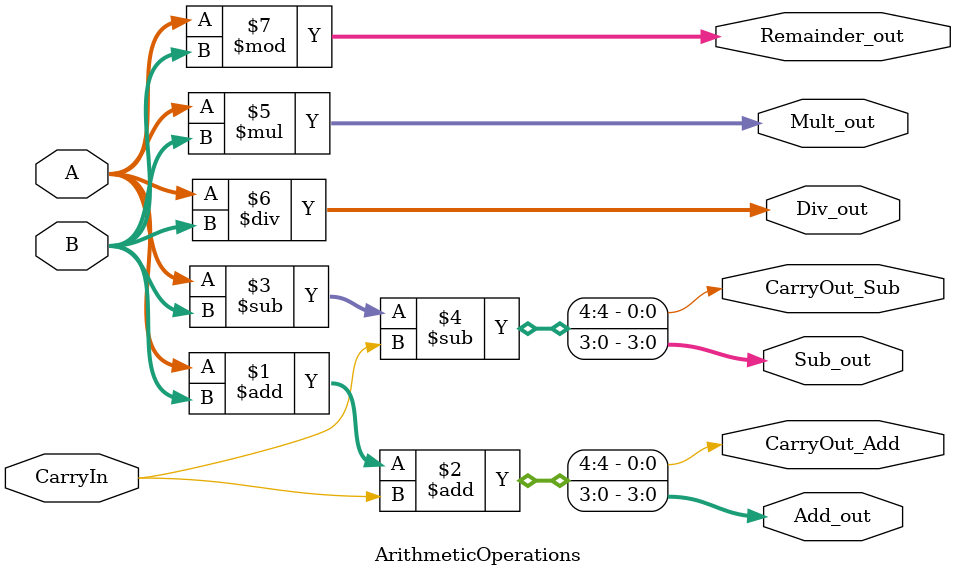
<source format=v>
module ArithmeticOperations (
    input [3:0] A,
    input [3:0] B,
    input CarryIn,
    output [3:0] Add_out,
    output CarryOut_Add,
    output [3:0] Sub_out,
    output CarryOut_Sub,
    output [7:0] Mult_out,   // 4-bit multiplication produces an 8-bit result
    output [3:0] Div_out,
    output [3:0] Remainder_out
);
    assign {CarryOut_Add, Add_out} = A + B + CarryIn;
    assign {CarryOut_Sub, Sub_out} = A - B - CarryIn;
    assign Mult_out = A * B;
    assign Div_out = A / B;
    assign Remainder_out = A % B;
endmodule

</source>
